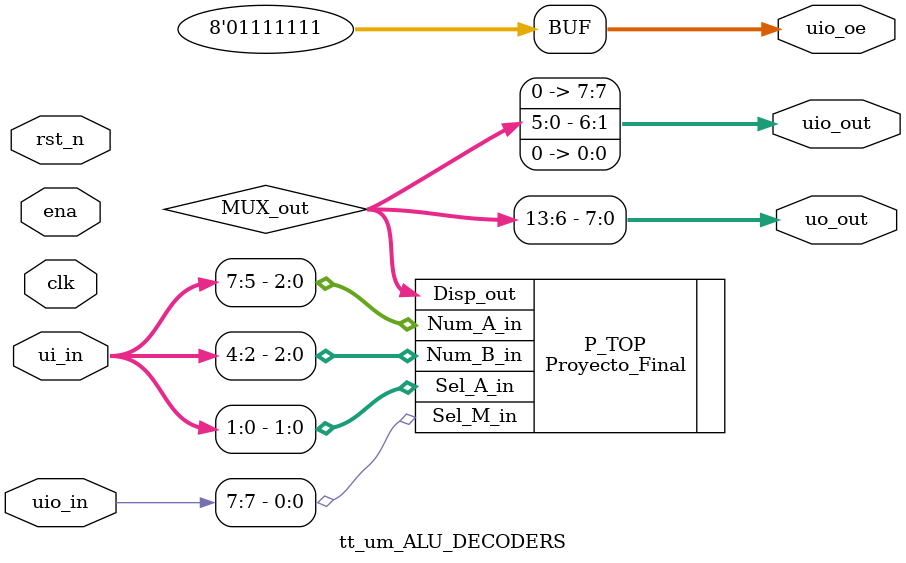
<source format=v>
/*
 * Copyright (c) 2024 Your Name
 * SPDX-License-Identifier: Apache-2.0
 */

`define default_netname none

module tt_um_ALU_DECODERS (
    input  wire [7:0] ui_in,    // Dedicated inputs
    output wire [7:0] uo_out,   // Dedicated outputs
    input  wire [7:0] uio_in,   // IOs: Input path
    output wire [7:0] uio_out,  // IOs: Output path
    output wire [7:0] uio_oe,   // IOs: Enable path (active high: 0=input, 1=output)
    input  wire       ena,      // will go high when the design is enabled
    input  wire       clk,      // clock
    input  wire       rst_n     // reset_n - low to reset
);

  // All output pins must be assigned. If not used, assign to 0.
    
  // Wire auxiliary variables signals for concatenation.
    wire [13:0] MUX_out; // General vector for the exit of our proyect.
    
  // Instantiation of the main module
    Proyecto_Final P_TOP (.Num_A_in(ui_in[7:5]), .Num_B_in(ui_in[4:2]), .Sel_A_in(ui_in[1:0]), .Sel_M_in(uio_in[7]), .Disp_out(MUX_out));

    // Assigning the auxiliary wire to the corresponding outputs.
    assign {uo_out,uio_out[6:1]} = MUX_out;

  // Configuration of the in/out ports for the proyect.
    assign uio_oe = 8'b01111111; //uio_in[7] and uio_out[6:0].
    assign uio_out[7] = 1'b0;    //We used uio_in[7] as input.
    assign uio_out[0] = 1'b0;    //We didn't used this output.
endmodule

</source>
